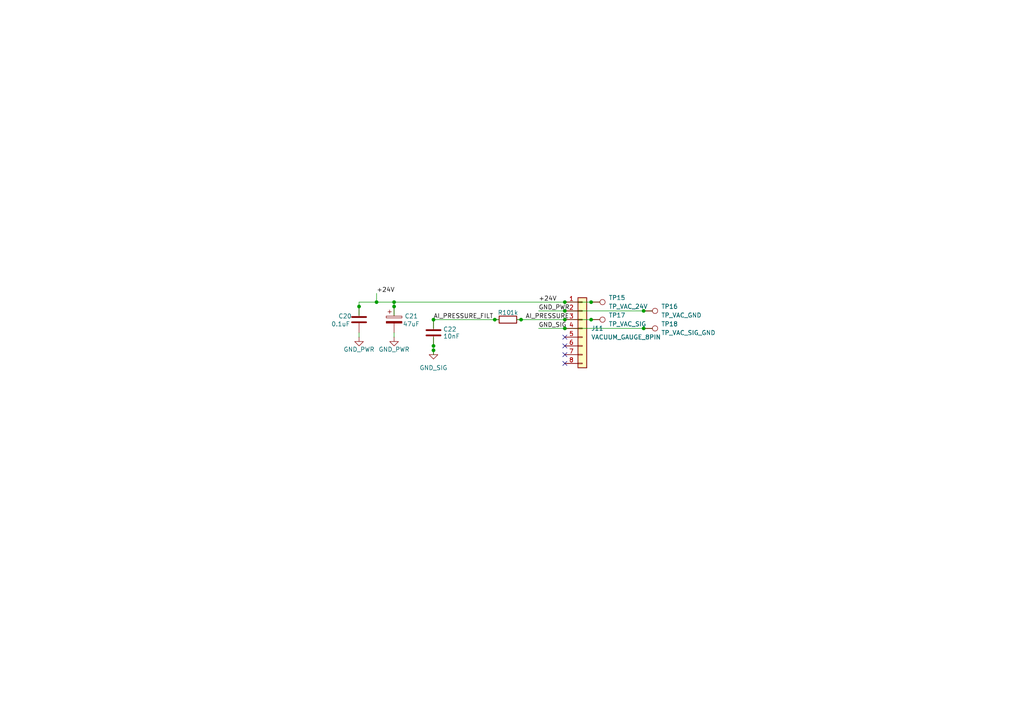
<source format=kicad_sch>
(kicad_sch (version 20250114) (generator "eeschema") (generator_version "9.0")
  (paper "A4")
  (lib_symbols
    (symbol "Connector:TestPoint" (pin_numbers (hide yes)) (pin_names (offset 0.762) (hide yes))
      (property "Reference" "TP" (at 0 6.858 0))
      (property "Value" "TestPoint" (at 0 5.08 0))
      (symbol "TestPoint_0_1"
        (circle (center 0 3.302) (radius 0.762))
      )
      (symbol "TestPoint_1_1"
        (pin passive line (at 0 0 90) (length 2.54) (name "1") (number "1"))
      )
    )
    (symbol "Connector_Generic:Conn_01x08" (pin_names (offset 1.016) (hide yes))
      (property "Reference" "J" (at 0 10.16 0))
      (property "Value" "Conn_01x08" (at 0 -12.7 0))
      (symbol "Conn_01x08_1_1"
        (rectangle (start -1.27 8.89) (end 1.27 -11.43) (stroke (width 0.254)) (fill (type background)))
        (rectangle (start -1.27 7.747) (end 0 7.493) (stroke (width 0.1524)))
        (rectangle (start -1.27 5.207) (end 0 4.953) (stroke (width 0.1524)))
        (rectangle (start -1.27 2.667) (end 0 2.413) (stroke (width 0.1524)))
        (rectangle (start -1.27 0.127) (end 0 -0.127) (stroke (width 0.1524)))
        (rectangle (start -1.27 -2.413) (end 0 -2.667) (stroke (width 0.1524)))
        (rectangle (start -1.27 -4.953) (end 0 -5.207) (stroke (width 0.1524)))
        (rectangle (start -1.27 -7.493) (end 0 -7.747) (stroke (width 0.1524)))
        (rectangle (start -1.27 -10.033) (end 0 -10.287) (stroke (width 0.1524)))
        (pin passive line (at -5.08 7.62 0) (length 3.81) (name "Pin_1") (number "1"))
        (pin passive line (at -5.08 5.08 0) (length 3.81) (name "Pin_2") (number "2"))
        (pin passive line (at -5.08 2.54 0) (length 3.81) (name "Pin_3") (number "3"))
        (pin passive line (at -5.08 0 0) (length 3.81) (name "Pin_4") (number "4"))
        (pin passive line (at -5.08 -2.54 0) (length 3.81) (name "Pin_5") (number "5"))
        (pin passive line (at -5.08 -5.08 0) (length 3.81) (name "Pin_6") (number "6"))
        (pin passive line (at -5.08 -7.62 0) (length 3.81) (name "Pin_7") (number "7"))
        (pin passive line (at -5.08 -10.16 0) (length 3.81) (name "Pin_8") (number "8"))
      )
    )
    (symbol "Device:C" (pin_numbers (hide yes)) (pin_names (offset 0.254))
      (property "Reference" "C" (at 0.635 2.54 0))
      (property "Value" "C" (at 0.635 -2.54 0))
      (symbol "C_0_1"
        (polyline (pts (xy -2.032 0.762) (xy 2.032 0.762)) (stroke (width 0.508)))
        (polyline (pts (xy -2.032 -0.762) (xy 2.032 -0.762)) (stroke (width 0.508)))
      )
      (symbol "C_1_1"
        (pin passive line (at 0 3.81 270) (length 2.794) (name "~") (number "1"))
        (pin passive line (at 0 -3.81 90) (length 2.794) (name "~") (number "2"))
      )
    )
    (symbol "Device:C_Polarized" (pin_numbers (hide yes)) (pin_names (offset 0.254))
      (property "Reference" "C" (at 0.635 2.54 0))
      (property "Value" "C_Polarized" (at 0.635 -2.54 0))
      (symbol "C_Polarized_0_1"
        (rectangle (start -2.286 0.508) (end 2.286 1.016))
        (polyline (pts (xy -1.778 2.286) (xy -0.762 2.286)))
        (polyline (pts (xy -1.27 2.794) (xy -1.27 1.778)))
        (rectangle (start 2.286 -0.508) (end -2.286 -1.016) (fill (type outline)))
      )
      (symbol "C_Polarized_1_1"
        (pin passive line (at 0 3.81 270) (length 2.794) (name "~") (number "1"))
        (pin passive line (at 0 -3.81 90) (length 2.794) (name "~") (number "2"))
      )
    )
    (symbol "Device:R" (pin_numbers (hide yes)) (pin_names (offset 0))
      (property "Reference" "R" (at 2.032 0 90))
      (property "Value" "R" (at 0 0 90))
      (symbol "R_0_1"
        (rectangle (start -1.016 -2.54) (end 1.016 2.54) (stroke (width 0.254)))
      )
      (symbol "R_1_1"
        (pin passive line (at 0 3.81 270) (length 1.27) (name "~") (number "1"))
        (pin passive line (at 0 -3.81 90) (length 1.27) (name "~") (number "2"))
      )
    )
    (symbol "power:GND" (power) (pin_numbers (hide yes)) (pin_names (offset 0) (hide yes))
      (property "Value" "GND" (at 0 -3.81 0))
      (symbol "GND_0_1"
        (polyline (pts (xy 0 0) (xy 0 -1.27) (xy 1.27 -1.27) (xy 0 -2.54) (xy -1.27 -1.27) (xy 0 -1.27)))
      )
      (symbol "GND_1_1"
        (pin power_in line (at 0 0 270) (length 0) (name "~") (number "1"))
      )
    )
  )
  (junction (at 171.45 92.71))
  (junction (at 171.45 87.63))
  (junction (at 163.83 95.25))
  (junction (at 163.83 87.63))
  (junction (at 186.69 90.17))
  (junction (at 151.13 92.71))
  (junction (at 114.3 87.63))
  (junction (at 125.73 101.6))
  (junction (at 143.51 92.71))
  (junction (at 104.14 88.9))
  (junction (at 163.83 92.71))
  (junction (at 114.3 88.9))
  (junction (at 186.69 95.25))
  (junction (at 125.73 92.71))
  (junction (at 163.83 90.17))
  (junction (at 125.73 100.33))
  (junction (at 109.22 87.63))
  (no_connect (at 163.83 102.87))
  (no_connect (at 163.83 105.41))
  (no_connect (at 163.83 97.79))
  (no_connect (at 163.83 100.33))
  (wire (pts (xy 156.21 90.17) (xy 163.83 90.17)))
  (wire (pts (xy 114.3 88.9) (xy 114.3 91.44)))
  (wire (pts (xy 125.73 101.6) (xy 125.73 102.87)))
  (wire (pts (xy 171.45 87.63) (xy 173.99 87.63)))
  (wire (pts (xy 114.3 96.52) (xy 114.3 97.79)))
  (wire (pts (xy 186.69 90.17) (xy 189.23 90.17)))
  (wire (pts (xy 125.73 92.71) (xy 143.51 92.71)))
  (wire (pts (xy 104.14 87.63) (xy 109.22 87.63)))
  (wire (pts (xy 149.86 92.71) (xy 151.13 92.71)))
  (wire (pts (xy 163.83 90.17) (xy 186.69 90.17)))
  (wire (pts (xy 151.13 92.71) (xy 163.83 92.71)))
  (wire (pts (xy 143.51 92.71) (xy 144.78 92.71)))
  (wire (pts (xy 114.3 87.63) (xy 163.83 87.63)))
  (wire (pts (xy 109.22 87.63) (xy 114.3 87.63)))
  (wire (pts (xy 163.83 87.63) (xy 171.45 87.63)))
  (wire (pts (xy 171.45 92.71) (xy 173.99 92.71)))
  (wire (pts (xy 104.14 96.52) (xy 104.14 97.79)))
  (wire (pts (xy 125.73 100.33) (xy 125.73 101.6)))
  (wire (pts (xy 163.83 95.25) (xy 186.69 95.25)))
  (wire (pts (xy 125.73 97.79) (xy 125.73 100.33)))
  (wire (pts (xy 156.21 95.25) (xy 163.83 95.25)))
  (wire (pts (xy 104.14 87.63) (xy 104.14 88.9)))
  (wire (pts (xy 114.3 87.63) (xy 114.3 88.9)))
  (wire (pts (xy 109.22 85.09) (xy 109.22 87.63)))
  (wire (pts (xy 125.73 92.71) (xy 125.73 95.25)))
  (wire (pts (xy 163.83 92.71) (xy 171.45 92.71)))
  (wire (pts (xy 186.69 95.25) (xy 189.23 95.25)))
  (wire (pts (xy 104.14 88.9) (xy 104.14 91.44)))
  (label "GND_SIG" (at 156.21 95.25 0))
  (label "+24V" (at 156.21 87.63 0))
  (label "GND_PWR" (at 156.21 90.17 0))
  (label "+24V" (at 109.22 85.09 0))
  (label "AI_PRESSURE" (at 152.4 92.71 0))
  (label "AI_PRESSURE_FILT" (at 125.73 92.71 0))
  (symbol (lib_id "Device:C") (at 125.73 96.52 0) (unit 1)
    (property "Reference" "C22" (at 128.524 95.504 0) (effects (justify left)))
    (property "Value" "10nF" (at 128.524 97.536 0) (effects (justify left)))
    (property "Description" "Unpolarized capacitor" (effects (hide yes)))
  )
  (symbol (lib_id "Connector:TestPoint") (at 171.45 92.71 270) (unit 1)
    (property "Reference" "TP17" (at 176.53 91.4399 90) (effects (justify left)))
    (property "Value" "TP_VAC_SIG" (at 176.53 93.9799 90) (effects (justify left)))
    (property "Description" "test point" (effects (hide yes)))
  )
  (symbol (lib_id "Device:R") (at 147.32 92.71 90) (unit 1)
    (property "Reference" "R10" (at 146.304 90.678 90))
    (property "Value" "1k" (at 149.098 90.678 90))
    (property "Description" "Resistor" (effects (hide yes)))
  )
  (symbol (lib_id "Device:C") (at 104.14 92.71 0) (unit 1)
    (property "Reference" "C20" (at 100.076 91.694 0))
    (property "Value" "0.1uF" (at 98.806 93.98 0))
    (property "Description" "Unpolarized capacitor" (effects (hide yes)))
  )
  (symbol (lib_id "power:GND") (at 125.73 101.6 0) (unit 1)
    (property "Reference" "#PWR037" (effects (hide yes)))
    (property "Value" "GND_SIG" (at 125.73 106.68 0))
    (property "Description" "Power symbol creates a global label with name \"GND\" , ground" (effects (hide yes)))
  )
  (symbol (lib_id "Connector:TestPoint") (at 186.69 90.17 270) (unit 1)
    (property "Reference" "TP16" (at 191.77 88.8999 90) (effects (justify left)))
    (property "Value" "TP_VAC_GND" (at 191.77 91.4399 90) (effects (justify left)))
    (property "Description" "test point" (effects (hide yes)))
  )
  (symbol (lib_id "Connector:TestPoint") (at 186.69 95.25 270) (unit 1)
    (property "Reference" "TP18" (at 191.77 93.9799 90) (effects (justify left)))
    (property "Value" "TP_VAC_SIG_GND" (at 191.77 96.5199 90) (effects (justify left)))
    (property "Description" "test point" (effects (hide yes)))
  )
  (symbol (lib_id "Connector:TestPoint") (at 171.45 87.63 270) (unit 1)
    (property "Reference" "TP15" (at 176.53 86.3599 90) (effects (justify left)))
    (property "Value" "TP_VAC_24V" (at 176.53 88.8999 90) (effects (justify left)))
    (property "Description" "test point" (effects (hide yes)))
  )
  (symbol (lib_id "Device:C_Polarized") (at 114.3 92.71 0) (unit 1)
    (property "Reference" "C21" (at 117.348 91.694 0) (effects (justify left)))
    (property "Value" "47uF" (at 116.84 93.98 0) (effects (justify left)))
    (property "Description" "Polarized capacitor" (effects (hide yes)))
  )
  (symbol (lib_id "Connector_Generic:Conn_01x08") (at 168.91 95.25 0) (unit 1)
    (property "Reference" "J11" (at 171.45 95.2499 0) (effects (justify left)))
    (property "Value" "VACUUM_GAUGE_8PIN" (at 171.45 97.7899 0) (effects (justify left)))
    (property "Description" "Generic connector, single row, 01x08, script generated (kicad-library-utils/schlib/autogen/connector/)" (effects (hide yes)))
  )
  (symbol (lib_id "power:GND") (at 114.3 97.79 0) (unit 1)
    (property "Reference" "#PWR036" (effects (hide yes)))
    (property "Value" "GND_PWR" (at 114.3 101.346 0))
    (property "Description" "Power symbol creates a global label with name \"GND\" , ground" (effects (hide yes)))
  )
  (symbol (lib_id "power:GND") (at 104.14 97.79 0) (unit 1)
    (property "Reference" "#PWR035" (effects (hide yes)))
    (property "Value" "GND_PWR" (at 104.14 101.346 0))
    (property "Description" "Power symbol creates a global label with name \"GND\" , ground" (effects (hide yes)))
  )
)
</source>
